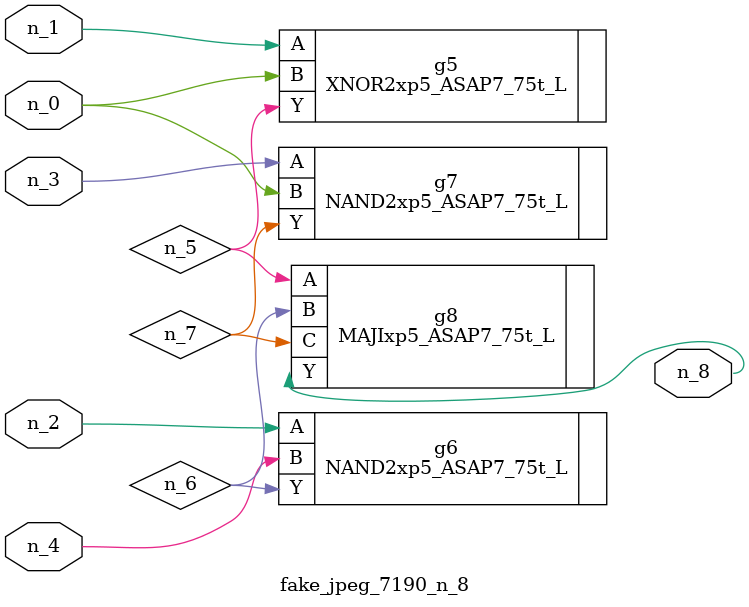
<source format=v>
module fake_jpeg_7190_n_8 (n_3, n_2, n_1, n_0, n_4, n_8);

input n_3;
input n_2;
input n_1;
input n_0;
input n_4;

output n_8;

wire n_6;
wire n_5;
wire n_7;

XNOR2xp5_ASAP7_75t_L g5 ( 
.A(n_1),
.B(n_0),
.Y(n_5)
);

NAND2xp5_ASAP7_75t_L g6 ( 
.A(n_2),
.B(n_4),
.Y(n_6)
);

NAND2xp5_ASAP7_75t_L g7 ( 
.A(n_3),
.B(n_0),
.Y(n_7)
);

MAJIxp5_ASAP7_75t_L g8 ( 
.A(n_5),
.B(n_6),
.C(n_7),
.Y(n_8)
);


endmodule
</source>
